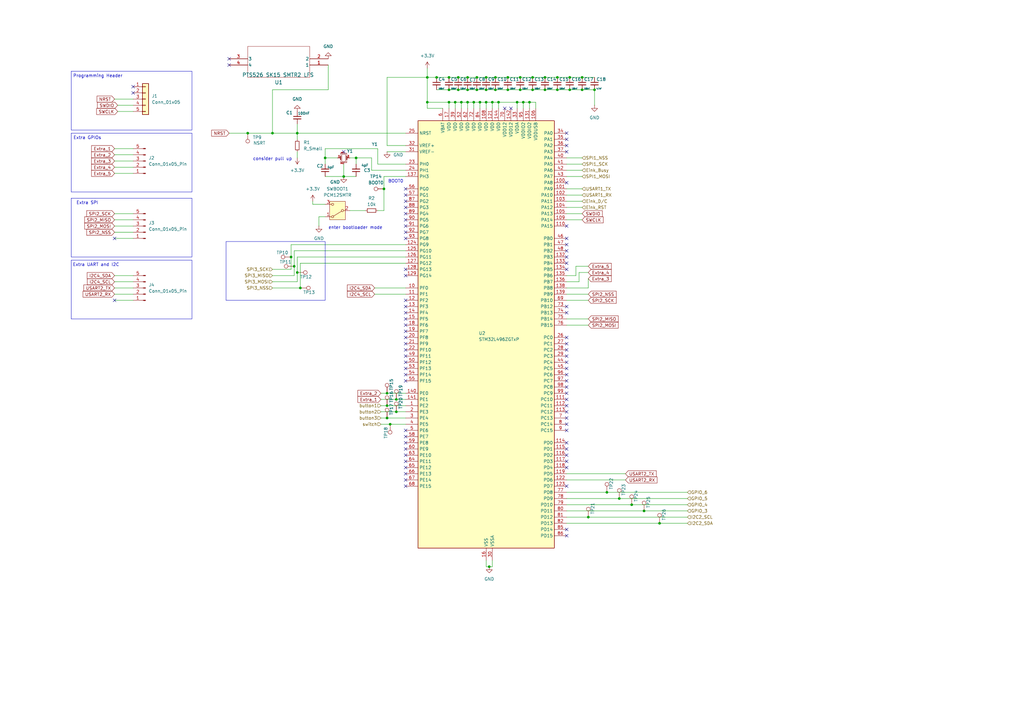
<source format=kicad_sch>
(kicad_sch (version 20231120) (generator "eeschema") (generator_version "8.0")
  (paper "A3")
  (lib_symbols
    (symbol "Connector:Conn_01x05_Pin" (pin_names (offset 1.016) hide)
      (property "Reference" "J" (at 0 7.62 0))
      (property "Value" "Conn_01x05_Pin" (at 0 -7.62 0))
      (symbol "Conn_01x05_Pin_1_1"
        (pin passive line (at 5.08 5.08 180) (length 3.81) (name "Pin_1") (number "1"))
        (pin passive line (at 5.08 2.54 180) (length 3.81) (name "Pin_2") (number "2"))
        (pin passive line (at 5.08 0 180) (length 3.81) (name "Pin_3") (number "3"))
        (pin passive line (at 5.08 -2.54 180) (length 3.81) (name "Pin_4") (number "4"))
        (pin passive line (at 5.08 -5.08 180) (length 3.81) (name "Pin_5") (number "5"))
      )
    )
    (symbol "Connector:TestPoint" (pin_numbers hide) (pin_names (offset 0.762) hide)
      (property "Reference" "TP" (at 0 6.858 0))
      (property "Value" "TestPoint" (at 0 5.08 0))
      (symbol "TestPoint_1_1"
        (pin passive line (at 0 0 90) (length 2.54) (name "1") (number "1"))
      )
    )
    (symbol "Connector_Generic:Conn_01x05" (pin_names (offset 1.016) hide)
      (property "Reference" "J" (at 0 7.62 0))
      (property "Value" "Conn_01x05" (at 0 -7.62 0))
      (symbol "Conn_01x05_1_1"
        (pin passive line (at -5.08 5.08 0) (length 3.81) (name "Pin_1") (number "1"))
        (pin passive line (at -5.08 2.54 0) (length 3.81) (name "Pin_2") (number "2"))
        (pin passive line (at -5.08 0 0) (length 3.81) (name "Pin_3") (number "3"))
        (pin passive line (at -5.08 -2.54 0) (length 3.81) (name "Pin_4") (number "4"))
        (pin passive line (at -5.08 -5.08 0) (length 3.81) (name "Pin_5") (number "5"))
      )
    )
    (symbol "Device:C_Small" (pin_numbers hide) (pin_names (offset 0.254) hide)
      (property "Reference" "C" (at 0.254 1.778 0))
      (property "Value" "C_Small" (at 0.254 -2.032 0))
      (symbol "C_Small_1_1"
        (pin passive line (at 0 2.54 270) (length 2.032) (name "~") (number "1"))
        (pin passive line (at 0 -2.54 90) (length 2.032) (name "~") (number "2"))
      )
    )
    (symbol "Device:Crystal_GND24_Small" (pin_names (offset 1.016) hide)
      (property "Reference" "Y" (at 1.27 4.445 0))
      (property "Value" "Crystal_GND24_Small" (at 1.27 2.54 0))
      (symbol "Crystal_GND24_Small_1_1"
        (pin passive line (at -2.54 0 0) (length 1.27) (name "1") (number "1"))
        (pin passive line (at 0 -2.54 90) (length 0.635) (name "2") (number "2"))
        (pin passive line (at 2.54 0 180) (length 1.27) (name "3") (number "3"))
        (pin passive line (at 0 2.54 270) (length 0.635) (name "4") (number "4"))
      )
    )
    (symbol "Device:R_Small" (pin_numbers hide) (pin_names (offset 0.254) hide)
      (property "Reference" "R" (at 0.762 0.508 0))
      (property "Value" "R_Small" (at 0.762 -1.016 0))
      (symbol "R_Small_1_1"
        (pin passive line (at 0 2.54 270) (length 0.762) (name "~") (number "1"))
        (pin passive line (at 0 -2.54 90) (length 0.762) (name "~") (number "2"))
      )
    )
    (symbol "EinkComponentLibrary:PTS526_SK15_SMTR2_LFS" (pin_names (offset 0.254))
      (property "Reference" "U" (at 20.32 10.16 0))
      (property "Value" "PTS526 SK15 SMTR2 LFS" (at 20.32 7.62 0))
      (symbol "PTS526_SK15_SMTR2_LFS_0_1"
        (pin unspecified line (at 0 0 0) (length 7.62) (name "1") (number "1"))
        (pin unspecified line (at 0 -2.54 0) (length 7.62) (name "2") (number "2"))
        (pin unspecified line (at 40.64 -2.54 180) (length 7.62) (name "3") (number "3"))
        (pin unspecified line (at 40.64 0 180) (length 7.62) (name "4") (number "4"))
      )
    )
    (symbol "MCU_ST_STM32L4:STM32L496ZGTxP"
      (property "Reference" "U" (at -27.94 90.17 0))
      (property "Value" "STM32L496ZGTxP" (at 22.86 90.17 0))
      (symbol "STM32L496ZGTxP_1_1"
        (pin bidirectional line (at -33.02 -27.94 0) (length 5.08) (name "PE2") (number "1"))
        (pin bidirectional line (at -33.02 20.32 0) (length 5.08) (name "PF0") (number "10"))
        (pin bidirectional line (at 33.02 63.5 180) (length 5.08) (name "PA8") (number "100"))
        (pin bidirectional line (at 33.02 60.96 180) (length 5.08) (name "PA9") (number "101"))
        (pin bidirectional line (at 33.02 58.42 180) (length 5.08) (name "PA10") (number "102"))
        (pin bidirectional line (at 33.02 55.88 180) (length 5.08) (name "PA11") (number "103"))
        (pin bidirectional line (at 33.02 53.34 180) (length 5.08) (name "PA12") (number "104"))
        (pin bidirectional line (at 33.02 50.8 180) (length 5.08) (name "PA13") (number "105"))
        (pin power_in line (at 20.32 93.98 270) (length 5.08) (name "VDDUSB") (number "106"))
        (pin passive line (at 0 -91.44 90) (length 5.08) hide (name "VSS") (number "107"))
        (pin power_in line (at 0 93.98 270) (length 5.08) (name "VDD") (number "108"))
        (pin bidirectional line (at 33.02 48.26 180) (length 5.08) (name "PA14") (number "109"))
        (pin bidirectional line (at -33.02 17.78 0) (length 5.08) (name "PF1") (number "11"))
        (pin bidirectional line (at 33.02 45.72 180) (length 5.08) (name "PA15") (number "110"))
        (pin bidirectional line (at 33.02 -25.4 180) (length 5.08) (name "PC10") (number "111"))
        (pin bidirectional line (at 33.02 -27.94 180) (length 5.08) (name "PC11") (number "112"))
        (pin bidirectional line (at 33.02 -30.48 180) (length 5.08) (name "PC12") (number "113"))
        (pin bidirectional line (at 33.02 -43.18 180) (length 5.08) (name "PD0") (number "114"))
        (pin bidirectional line (at 33.02 -45.72 180) (length 5.08) (name "PD1") (number "115"))
        (pin bidirectional line (at 33.02 -48.26 180) (length 5.08) (name "PD2") (number "116"))
        (pin bidirectional line (at 33.02 -50.8 180) (length 5.08) (name "PD3") (number "117"))
        (pin bidirectional line (at 33.02 -53.34 180) (length 5.08) (name "PD4") (number "118"))
        (pin bidirectional line (at 33.02 -55.88 180) (length 5.08) (name "PD5") (number "119"))
        (pin bidirectional line (at -33.02 15.24 0) (length 5.08) (name "PF2") (number "12"))
        (pin passive line (at 0 -91.44 90) (length 5.08) hide (name "VSS") (number "120"))
        (pin power_in line (at 2.54 93.98 270) (length 5.08) (name "VDD") (number "121"))
        (pin bidirectional line (at 33.02 -58.42 180) (length 5.08) (name "PD6") (number "122"))
        (pin bidirectional line (at 33.02 -60.96 180) (length 5.08) (name "PD7") (number "123"))
        (pin bidirectional line (at -33.02 38.1 0) (length 5.08) (name "PG9") (number "124"))
        (pin bidirectional line (at -33.02 35.56 0) (length 5.08) (name "PG10") (number "125"))
        (pin bidirectional line (at -33.02 33.02 0) (length 5.08) (name "PG11") (number "126"))
        (pin bidirectional line (at -33.02 30.48 0) (length 5.08) (name "PG12") (number "127"))
        (pin bidirectional line (at -33.02 27.94 0) (length 5.08) (name "PG13") (number "128"))
        (pin bidirectional line (at -33.02 25.4 0) (length 5.08) (name "PG14") (number "129"))
        (pin bidirectional line (at -33.02 12.7 0) (length 5.08) (name "PF3") (number "13"))
        (pin passive line (at 0 -91.44 90) (length 5.08) hide (name "VSS") (number "130"))
        (pin power_in line (at 17.78 93.98 270) (length 5.08) (name "VDDIO2") (number "131"))
        (pin bidirectional line (at 33.02 33.02 180) (length 5.08) (name "PB3") (number "132"))
        (pin bidirectional line (at 33.02 30.48 180) (length 5.08) (name "PB4") (number "133"))
        (pin bidirectional line (at 33.02 27.94 180) (length 5.08) (name "PB5") (number "134"))
        (pin bidirectional line (at 33.02 25.4 180) (length 5.08) (name "PB6") (number "135"))
        (pin bidirectional line (at 33.02 22.86 180) (length 5.08) (name "PB7") (number "136"))
        (pin bidirectional line (at -33.02 66.04 0) (length 5.08) (name "PH3") (number "137"))
        (pin bidirectional line (at 33.02 20.32 180) (length 5.08) (name "PB8") (number "138"))
        (pin bidirectional line (at 33.02 17.78 180) (length 5.08) (name "PB9") (number "139"))
        (pin bidirectional line (at -33.02 10.16 0) (length 5.08) (name "PF4") (number "14"))
        (pin bidirectional line (at -33.02 -22.86 0) (length 5.08) (name "PE0") (number "140"))
        (pin bidirectional line (at -33.02 -25.4 0) (length 5.08) (name "PE1") (number "141"))
        (pin power_in line (at 10.16 93.98 270) (length 5.08) (name "VDD12") (number "142"))
        (pin passive line (at 0 -91.44 90) (length 5.08) hide (name "VSS") (number "143"))
        (pin power_in line (at 5.08 93.98 270) (length 5.08) (name "VDD") (number "144"))
        (pin bidirectional line (at -33.02 7.62 0) (length 5.08) (name "PF5") (number "15"))
        (pin power_in line (at 0 -91.44 90) (length 5.08) (name "VSS") (number "16"))
        (pin power_in line (at -15.24 93.98 270) (length 5.08) (name "VDD") (number "17"))
        (pin bidirectional line (at -33.02 5.08 0) (length 5.08) (name "PF6") (number "18"))
        (pin bidirectional line (at -33.02 2.54 0) (length 5.08) (name "PF7") (number "19"))
        (pin bidirectional line (at -33.02 -30.48 0) (length 5.08) (name "PE3") (number "2"))
        (pin bidirectional line (at -33.02 0 0) (length 5.08) (name "PF8") (number "20"))
        (pin bidirectional line (at -33.02 -2.54 0) (length 5.08) (name "PF9") (number "21"))
        (pin bidirectional line (at -33.02 -5.08 0) (length 5.08) (name "PF10") (number "22"))
        (pin bidirectional line (at -33.02 71.12 0) (length 5.08) (name "PH0") (number "23"))
        (pin bidirectional line (at -33.02 68.58 0) (length 5.08) (name "PH1") (number "24"))
        (pin input line (at -33.02 83.82 0) (length 5.08) (name "NRST") (number "25"))
        (pin bidirectional line (at 33.02 0 180) (length 5.08) (name "PC0") (number "26"))
        (pin bidirectional line (at 33.02 -2.54 180) (length 5.08) (name "PC1") (number "27"))
        (pin bidirectional line (at 33.02 -5.08 180) (length 5.08) (name "PC2") (number "28"))
        (pin bidirectional line (at 33.02 -7.62 180) (length 5.08) (name "PC3") (number "29"))
        (pin bidirectional line (at -33.02 -33.02 0) (length 5.08) (name "PE4") (number "3"))
        (pin power_in line (at 2.54 -91.44 90) (length 5.08) (name "VSSA") (number "30"))
        (pin input line (at -33.02 76.2 0) (length 5.08) (name "VREF-") (number "31"))
        (pin input line (at -33.02 78.74 0) (length 5.08) (name "VREF+") (number "32"))
        (pin power_in line (at 12.7 93.98 270) (length 5.08) (name "VDDA") (number "33"))
        (pin bidirectional line (at 33.02 83.82 180) (length 5.08) (name "PA0") (number "34"))
        (pin bidirectional line (at 33.02 81.28 180) (length 5.08) (name "PA1") (number "35"))
        (pin bidirectional line (at 33.02 78.74 180) (length 5.08) (name "PA2") (number "36"))
        (pin bidirectional line (at 33.02 76.2 180) (length 5.08) (name "PA3") (number "37"))
        (pin passive line (at 0 -91.44 90) (length 5.08) hide (name "VSS") (number "38"))
        (pin power_in line (at -12.7 93.98 270) (length 5.08) (name "VDD") (number "39"))
        (pin bidirectional line (at -33.02 -35.56 0) (length 5.08) (name "PE5") (number "4"))
        (pin bidirectional line (at 33.02 73.66 180) (length 5.08) (name "PA4") (number "40"))
        (pin bidirectional line (at 33.02 71.12 180) (length 5.08) (name "PA5") (number "41"))
        (pin bidirectional line (at 33.02 68.58 180) (length 5.08) (name "PA6") (number "42"))
        (pin bidirectional line (at 33.02 66.04 180) (length 5.08) (name "PA7") (number "43"))
        (pin bidirectional line (at 33.02 -10.16 180) (length 5.08) (name "PC4") (number "44"))
        (pin bidirectional line (at 33.02 -12.7 180) (length 5.08) (name "PC5") (number "45"))
        (pin bidirectional line (at 33.02 40.64 180) (length 5.08) (name "PB0") (number "46"))
        (pin bidirectional line (at 33.02 38.1 180) (length 5.08) (name "PB1") (number "47"))
        (pin bidirectional line (at 33.02 35.56 180) (length 5.08) (name "PB2") (number "48"))
        (pin bidirectional line (at -33.02 -7.62 0) (length 5.08) (name "PF11") (number "49"))
        (pin bidirectional line (at -33.02 -38.1 0) (length 5.08) (name "PE6") (number "5"))
        (pin bidirectional line (at -33.02 -10.16 0) (length 5.08) (name "PF12") (number "50"))
        (pin passive line (at 0 -91.44 90) (length 5.08) hide (name "VSS") (number "51"))
        (pin power_in line (at -10.16 93.98 270) (length 5.08) (name "VDD") (number "52"))
        (pin bidirectional line (at -33.02 -12.7 0) (length 5.08) (name "PF13") (number "53"))
        (pin bidirectional line (at -33.02 -15.24 0) (length 5.08) (name "PF14") (number "54"))
        (pin bidirectional line (at -33.02 -17.78 0) (length 5.08) (name "PF15") (number "55"))
        (pin bidirectional line (at -33.02 60.96 0) (length 5.08) (name "PG0") (number "56"))
        (pin bidirectional line (at -33.02 58.42 0) (length 5.08) (name "PG1") (number "57"))
        (pin bidirectional line (at -33.02 -40.64 0) (length 5.08) (name "PE7") (number "58"))
        (pin bidirectional line (at -33.02 -43.18 0) (length 5.08) (name "PE8") (number "59"))
        (pin power_in line (at -17.78 93.98 270) (length 5.08) (name "VBAT") (number "6"))
        (pin bidirectional line (at -33.02 -45.72 0) (length 5.08) (name "PE9") (number "60"))
        (pin passive line (at 0 -91.44 90) (length 5.08) hide (name "VSS") (number "61"))
        (pin power_in line (at -7.62 93.98 270) (length 5.08) (name "VDD") (number "62"))
        (pin bidirectional line (at -33.02 -48.26 0) (length 5.08) (name "PE10") (number "63"))
        (pin bidirectional line (at -33.02 -50.8 0) (length 5.08) (name "PE11") (number "64"))
        (pin bidirectional line (at -33.02 -53.34 0) (length 5.08) (name "PE12") (number "65"))
        (pin bidirectional line (at -33.02 -55.88 0) (length 5.08) (name "PE13") (number "66"))
        (pin bidirectional line (at -33.02 -58.42 0) (length 5.08) (name "PE14") (number "67"))
        (pin bidirectional line (at -33.02 -60.96 0) (length 5.08) (name "PE15") (number "68"))
        (pin bidirectional line (at 33.02 15.24 180) (length 5.08) (name "PB10") (number "69"))
        (pin bidirectional line (at 33.02 -33.02 180) (length 5.08) (name "PC13") (number "7"))
        (pin power_in line (at 7.62 93.98 270) (length 5.08) (name "VDD12") (number "70"))
        (pin passive line (at 0 -91.44 90) (length 5.08) hide (name "VSS") (number "71"))
        (pin power_in line (at -5.08 93.98 270) (length 5.08) (name "VDD") (number "72"))
        (pin bidirectional line (at 33.02 12.7 180) (length 5.08) (name "PB12") (number "73"))
        (pin bidirectional line (at 33.02 10.16 180) (length 5.08) (name "PB13") (number "74"))
        (pin bidirectional line (at 33.02 7.62 180) (length 5.08) (name "PB14") (number "75"))
        (pin bidirectional line (at 33.02 5.08 180) (length 5.08) (name "PB15") (number "76"))
        (pin bidirectional line (at 33.02 -63.5 180) (length 5.08) (name "PD8") (number "77"))
        (pin bidirectional line (at 33.02 -66.04 180) (length 5.08) (name "PD9") (number "78"))
        (pin bidirectional line (at 33.02 -68.58 180) (length 5.08) (name "PD10") (number "79"))
        (pin bidirectional line (at 33.02 -35.56 180) (length 5.08) (name "PC14") (number "8"))
        (pin bidirectional line (at 33.02 -71.12 180) (length 5.08) (name "PD11") (number "80"))
        (pin bidirectional line (at 33.02 -73.66 180) (length 5.08) (name "PD12") (number "81"))
        (pin bidirectional line (at 33.02 -76.2 180) (length 5.08) (name "PD13") (number "82"))
        (pin passive line (at 0 -91.44 90) (length 5.08) hide (name "VSS") (number "83"))
        (pin power_in line (at -2.54 93.98 270) (length 5.08) (name "VDD") (number "84"))
        (pin bidirectional line (at 33.02 -78.74 180) (length 5.08) (name "PD14") (number "85"))
        (pin bidirectional line (at 33.02 -81.28 180) (length 5.08) (name "PD15") (number "86"))
        (pin bidirectional line (at -33.02 55.88 0) (length 5.08) (name "PG2") (number "87"))
        (pin bidirectional line (at -33.02 53.34 0) (length 5.08) (name "PG3") (number "88"))
        (pin bidirectional line (at -33.02 50.8 0) (length 5.08) (name "PG4") (number "89"))
        (pin bidirectional line (at 33.02 -38.1 180) (length 5.08) (name "PC15") (number "9"))
        (pin bidirectional line (at -33.02 48.26 0) (length 5.08) (name "PG5") (number "90"))
        (pin bidirectional line (at -33.02 45.72 0) (length 5.08) (name "PG6") (number "91"))
        (pin bidirectional line (at -33.02 43.18 0) (length 5.08) (name "PG7") (number "92"))
        (pin bidirectional line (at -33.02 40.64 0) (length 5.08) (name "PG8") (number "93"))
        (pin passive line (at 0 -91.44 90) (length 5.08) hide (name "VSS") (number "94"))
        (pin power_in line (at 15.24 93.98 270) (length 5.08) (name "VDDIO2") (number "95"))
        (pin bidirectional line (at 33.02 -15.24 180) (length 5.08) (name "PC6") (number "96"))
        (pin bidirectional line (at 33.02 -17.78 180) (length 5.08) (name "PC7") (number "97"))
        (pin bidirectional line (at 33.02 -20.32 180) (length 5.08) (name "PC8") (number "98"))
        (pin bidirectional line (at 33.02 -22.86 180) (length 5.08) (name "PC9") (number "99"))
      )
    )
    (symbol "Switch:SW_SPDT" (pin_names (offset 0) hide)
      (property "Reference" "SW" (at 0 5.08 0))
      (property "Value" "SW_SPDT" (at 0 -5.08 0))
      (symbol "SW_SPDT_1_1"
        (pin passive line (at 5.08 2.54 180) (length 2.54) (name "A") (number "1"))
        (pin passive line (at -5.08 0 0) (length 2.54) (name "B") (number "2"))
        (pin passive line (at 5.08 -2.54 180) (length 2.54) (name "C") (number "3"))
      )
    )
    (symbol "power:+3.3V" (power) (pin_numbers hide) (pin_names (offset 0) hide)
      (property "Value" "+3.3V" (at 0 3.556 0))
      (symbol "+3.3V_1_1"
        (pin power_in line (at 0 0 90) (length 0) (name "~") (number "1"))
      )
    )
    (symbol "power:GND" (power) (pin_numbers hide) (pin_names (offset 0) hide)
      (property "Value" "GND" (at 0 -3.81 0))
      (symbol "GND_1_1"
        (pin power_in line (at 0 0 270) (length 0) (name "~") (number "1"))
      )
    )
  )
  (junction (at 228.6 31.75))
  (junction (at 199.39 36.83))
  (junction (at 201.93 41.91))
  (junction (at 119.38 105.41))
  (junction (at 233.68 31.75))
  (junction (at 241.3 212.09))
  (junction (at 179.07 31.75))
  (junction (at 199.39 41.91))
  (junction (at 199.39 31.75))
  (junction (at 270.51 214.63))
  (junction (at 186.69 41.91))
  (junction (at 243.84 36.83))
  (junction (at 195.58 31.75))
  (junction (at 120.65 109.22))
  (junction (at 187.96 36.83))
  (junction (at 184.15 36.83))
  (junction (at 213.36 31.75))
  (junction (at 162.56 168.91))
  (junction (at 223.52 31.75))
  (junction (at 162.56 163.83))
  (junction (at 264.16 209.55))
  (junction (at 111.76 54.61))
  (junction (at 121.92 54.61))
  (junction (at 218.44 36.83))
  (junction (at 157.48 77.47))
  (junction (at 194.31 41.91))
  (junction (at 212.09 41.91))
  (junction (at 158.75 161.29))
  (junction (at 248.92 201.93))
  (junction (at 238.76 31.75))
  (junction (at 187.96 31.75))
  (junction (at 213.36 36.83))
  (junction (at 196.85 41.91))
  (junction (at 238.76 36.83))
  (junction (at 208.28 31.75))
  (junction (at 184.15 41.91))
  (junction (at 195.58 36.83))
  (junction (at 140.97 72.39))
  (junction (at 160.02 173.99))
  (junction (at 101.6 54.61))
  (junction (at 254 204.47))
  (junction (at 121.92 111.76))
  (junction (at 200.66 232.41))
  (junction (at 233.68 36.83))
  (junction (at 204.47 41.91))
  (junction (at 208.28 36.83))
  (junction (at 191.77 41.91))
  (junction (at 158.75 166.37))
  (junction (at 191.77 36.83))
  (junction (at 146.05 64.77))
  (junction (at 184.15 31.75))
  (junction (at 133.35 64.77))
  (junction (at 218.44 31.75))
  (junction (at 175.26 31.75))
  (junction (at 175.26 41.91))
  (junction (at 217.17 41.91))
  (junction (at 228.6 36.83))
  (junction (at 189.23 41.91))
  (junction (at 203.2 31.75))
  (junction (at 214.63 41.91))
  (junction (at 158.75 171.45))
  (junction (at 259.08 207.01))
  (junction (at 123.19 118.11))
  (junction (at 203.2 36.83))
  (junction (at 191.77 31.75))
  (junction (at 223.52 36.83))
  (no_connect (at 232.41 138.43))
  (no_connect (at 166.37 189.23))
  (no_connect (at 232.41 97.79))
  (no_connect (at 166.37 97.79))
  (no_connect (at 166.37 146.05))
  (no_connect (at 232.41 105.41))
  (no_connect (at 166.37 143.51))
  (no_connect (at 54.61 38.1))
  (no_connect (at 232.41 153.67))
  (no_connect (at 232.41 168.91))
  (no_connect (at 232.41 54.61))
  (no_connect (at 232.41 92.71))
  (no_connect (at 232.41 59.69))
  (no_connect (at 232.41 128.27))
  (no_connect (at 166.37 90.17))
  (no_connect (at 232.41 173.99))
  (no_connect (at 166.37 138.43))
  (no_connect (at 232.41 191.77))
  (no_connect (at 166.37 95.25))
  (no_connect (at 166.37 85.09))
  (no_connect (at 232.41 176.53))
  (no_connect (at 166.37 186.69))
  (no_connect (at 166.37 130.81))
  (no_connect (at 232.41 199.39))
  (no_connect (at 232.41 110.49))
  (no_connect (at 166.37 181.61))
  (no_connect (at 207.01 44.45))
  (no_connect (at 54.61 35.56))
  (no_connect (at 232.41 148.59))
  (no_connect (at 232.41 219.71))
  (no_connect (at 232.41 163.83))
  (no_connect (at 232.41 140.97))
  (no_connect (at 232.41 186.69))
  (no_connect (at 166.37 148.59))
  (no_connect (at 232.41 217.17))
  (no_connect (at 166.37 80.01))
  (no_connect (at 46.99 123.19))
  (no_connect (at 166.37 123.19))
  (no_connect (at 232.41 62.23))
  (no_connect (at 232.41 125.73))
  (no_connect (at 166.37 176.53))
  (no_connect (at 166.37 77.47))
  (no_connect (at 166.37 179.07))
  (no_connect (at 166.37 133.35))
  (no_connect (at 166.37 156.21))
  (no_connect (at 232.41 184.15))
  (no_connect (at 93.98 24.13))
  (no_connect (at 232.41 146.05))
  (no_connect (at 232.41 156.21))
  (no_connect (at 140.97 62.23))
  (no_connect (at 46.99 97.79))
  (no_connect (at 166.37 196.85))
  (no_connect (at 232.41 181.61))
  (no_connect (at 166.37 151.13))
  (no_connect (at 166.37 184.15))
  (no_connect (at 166.37 199.39))
  (no_connect (at 209.55 44.45))
  (no_connect (at 166.37 153.67))
  (no_connect (at 93.98 26.67))
  (no_connect (at 232.41 189.23))
  (no_connect (at 232.41 151.13))
  (no_connect (at 166.37 125.73))
  (no_connect (at 166.37 128.27))
  (no_connect (at 232.41 158.75))
  (no_connect (at 166.37 87.63))
  (no_connect (at 166.37 110.49))
  (no_connect (at 232.41 166.37))
  (no_connect (at 232.41 100.33))
  (no_connect (at 232.41 143.51))
  (no_connect (at 166.37 140.97))
  (no_connect (at 232.41 161.29))
  (no_connect (at 166.37 113.03))
  (no_connect (at 166.37 194.31))
  (no_connect (at 232.41 102.87))
  (no_connect (at 232.41 57.15))
  (no_connect (at 166.37 82.55))
  (no_connect (at 232.41 107.95))
  (no_connect (at 166.37 92.71))
  (no_connect (at 232.41 74.93))
  (no_connect (at 166.37 135.89))
  (no_connect (at 166.37 191.77))
  (no_connect (at 232.41 171.45))
  (wire (pts (xy 175.26 41.91) (xy 175.26 31.75)))
  (wire (pts (xy 166.37 69.85) (xy 152.4 69.85)))
  (wire (pts (xy 213.36 31.75) (xy 218.44 31.75)))
  (wire (pts (xy 199.39 232.41) (xy 200.66 232.41)))
  (wire (pts (xy 134.62 36.83) (xy 134.62 26.67)))
  (wire (pts (xy 191.77 41.91) (xy 191.77 44.45)))
  (wire (pts (xy 191.77 36.83) (xy 195.58 36.83)))
  (wire (pts (xy 237.49 115.57) (xy 237.49 111.76)))
  (wire (pts (xy 187.96 31.75) (xy 191.77 31.75)))
  (wire (pts (xy 232.41 113.03) (xy 236.22 113.03)))
  (wire (pts (xy 179.07 31.75) (xy 184.15 31.75)))
  (wire (pts (xy 201.93 229.87) (xy 201.93 232.41)))
  (wire (pts (xy 153.67 120.65) (xy 166.37 120.65)))
  (wire (pts (xy 156.21 166.37) (xy 158.75 166.37)))
  (wire (pts (xy 143.51 86.36) (xy 149.86 86.36)))
  (wire (pts (xy 186.69 41.91) (xy 186.69 44.45)))
  (wire (pts (xy 214.63 44.45) (xy 214.63 41.91)))
  (wire (pts (xy 199.39 41.91) (xy 201.93 41.91)))
  (wire (pts (xy 232.41 72.39) (xy 238.76 72.39)))
  (wire (pts (xy 232.41 87.63) (xy 238.76 87.63)))
  (wire (pts (xy 232.41 120.65) (xy 241.3 120.65)))
  (wire (pts (xy 259.08 207.01) (xy 281.94 207.01)))
  (wire (pts (xy 270.51 214.63) (xy 281.94 214.63)))
  (wire (pts (xy 199.39 31.75) (xy 203.2 31.75)))
  (wire (pts (xy 232.41 118.11) (xy 241.3 118.11)))
  (wire (pts (xy 223.52 36.83) (xy 228.6 36.83)))
  (wire (pts (xy 237.49 111.76) (xy 241.3 111.76)))
  (wire (pts (xy 133.35 88.9) (xy 130.81 88.9)))
  (wire (pts (xy 154.94 60.96) (xy 133.35 60.96)))
  (wire (pts (xy 217.17 44.45) (xy 217.17 41.91)))
  (wire (pts (xy 203.2 31.75) (xy 208.28 31.75)))
  (wire (pts (xy 186.69 41.91) (xy 189.23 41.91)))
  (wire (pts (xy 157.48 77.47) (xy 157.48 72.39)))
  (wire (pts (xy 184.15 44.45) (xy 184.15 41.91)))
  (wire (pts (xy 232.41 64.77) (xy 238.76 64.77)))
  (wire (pts (xy 196.85 41.91) (xy 196.85 44.45)))
  (wire (pts (xy 236.22 113.03) (xy 236.22 109.22)))
  (wire (pts (xy 93.98 54.61) (xy 101.6 54.61)))
  (wire (pts (xy 158.75 161.29) (xy 166.37 161.29)))
  (wire (pts (xy 111.76 113.03) (xy 120.65 113.03)))
  (wire (pts (xy 46.99 113.03) (xy 54.61 113.03)))
  (wire (pts (xy 175.26 41.91) (xy 184.15 41.91)))
  (wire (pts (xy 232.41 196.85) (xy 256.54 196.85)))
  (wire (pts (xy 199.39 36.83) (xy 203.2 36.83)))
  (wire (pts (xy 181.61 44.45) (xy 175.26 44.45)))
  (wire (pts (xy 123.19 118.11) (xy 123.19 107.95)))
  (wire (pts (xy 232.41 207.01) (xy 259.08 207.01)))
  (wire (pts (xy 189.23 41.91) (xy 191.77 41.91)))
  (wire (pts (xy 214.63 41.91) (xy 212.09 41.91)))
  (wire (pts (xy 201.93 41.91) (xy 204.47 41.91)))
  (wire (pts (xy 46.99 115.57) (xy 54.61 115.57)))
  (wire (pts (xy 111.76 54.61) (xy 121.92 54.61)))
  (wire (pts (xy 166.37 67.31) (xy 154.94 67.31)))
  (wire (pts (xy 119.38 100.33) (xy 166.37 100.33)))
  (wire (pts (xy 217.17 41.91) (xy 214.63 41.91)))
  (wire (pts (xy 204.47 41.91) (xy 204.47 44.45)))
  (wire (pts (xy 232.41 201.93) (xy 248.92 201.93)))
  (wire (pts (xy 232.41 194.31) (xy 256.54 194.31)))
  (wire (pts (xy 232.41 123.19) (xy 241.3 123.19)))
  (wire (pts (xy 200.66 232.41) (xy 201.93 232.41)))
  (wire (pts (xy 158.75 171.45) (xy 166.37 171.45)))
  (wire (pts (xy 236.22 109.22) (xy 241.3 109.22)))
  (wire (pts (xy 133.35 64.77) (xy 133.35 67.31)))
  (wire (pts (xy 191.77 31.75) (xy 195.58 31.75)))
  (wire (pts (xy 119.38 105.41) (xy 119.38 100.33)))
  (wire (pts (xy 248.92 201.93) (xy 281.94 201.93)))
  (wire (pts (xy 146.05 64.77) (xy 143.51 64.77)))
  (wire (pts (xy 212.09 44.45) (xy 212.09 41.91)))
  (wire (pts (xy 238.76 36.83) (xy 243.84 36.83)))
  (wire (pts (xy 187.96 36.83) (xy 191.77 36.83)))
  (wire (pts (xy 140.97 67.31) (xy 140.97 72.39)))
  (wire (pts (xy 130.81 88.9) (xy 130.81 92.71)))
  (wire (pts (xy 46.99 92.71) (xy 54.61 92.71)))
  (wire (pts (xy 121.92 54.61) (xy 166.37 54.61)))
  (wire (pts (xy 195.58 36.83) (xy 199.39 36.83)))
  (wire (pts (xy 156.21 168.91) (xy 162.56 168.91)))
  (wire (pts (xy 189.23 41.91) (xy 189.23 44.45)))
  (wire (pts (xy 158.75 31.75) (xy 175.26 31.75)))
  (wire (pts (xy 46.99 68.58) (xy 54.61 68.58)))
  (wire (pts (xy 241.3 212.09) (xy 281.94 212.09)))
  (wire (pts (xy 208.28 36.83) (xy 213.36 36.83)))
  (wire (pts (xy 184.15 31.75) (xy 187.96 31.75)))
  (wire (pts (xy 243.84 36.83) (xy 243.84 43.18)))
  (wire (pts (xy 46.99 123.19) (xy 54.61 123.19)))
  (wire (pts (xy 158.75 62.23) (xy 166.37 62.23)))
  (wire (pts (xy 228.6 31.75) (xy 233.68 31.75)))
  (wire (pts (xy 208.28 31.75) (xy 213.36 31.75)))
  (wire (pts (xy 203.2 36.83) (xy 208.28 36.83)))
  (wire (pts (xy 154.94 86.36) (xy 157.48 86.36)))
  (wire (pts (xy 191.77 41.91) (xy 194.31 41.91)))
  (wire (pts (xy 152.4 64.77) (xy 146.05 64.77)))
  (wire (pts (xy 232.41 209.55) (xy 264.16 209.55)))
  (wire (pts (xy 46.99 120.65) (xy 54.61 120.65)))
  (wire (pts (xy 157.48 72.39) (xy 166.37 72.39)))
  (wire (pts (xy 232.41 212.09) (xy 241.3 212.09)))
  (wire (pts (xy 128.27 82.55) (xy 128.27 83.82)))
  (wire (pts (xy 233.68 36.83) (xy 238.76 36.83)))
  (wire (pts (xy 46.99 66.04) (xy 54.61 66.04)))
  (wire (pts (xy 156.21 161.29) (xy 158.75 161.29)))
  (wire (pts (xy 46.99 118.11) (xy 54.61 118.11)))
  (wire (pts (xy 133.35 60.96) (xy 133.35 64.77)))
  (wire (pts (xy 121.92 111.76) (xy 121.92 105.41)))
  (wire (pts (xy 223.52 31.75) (xy 228.6 31.75)))
  (wire (pts (xy 241.3 118.11) (xy 241.3 114.3)))
  (wire (pts (xy 232.41 85.09) (xy 238.76 85.09)))
  (wire (pts (xy 160.02 173.99) (xy 166.37 173.99)))
  (wire (pts (xy 195.58 31.75) (xy 199.39 31.75)))
  (wire (pts (xy 219.71 41.91) (xy 217.17 41.91)))
  (wire (pts (xy 46.99 71.12) (xy 54.61 71.12)))
  (wire (pts (xy 121.92 115.57) (xy 121.92 111.76)))
  (wire (pts (xy 162.56 163.83) (xy 166.37 163.83)))
  (wire (pts (xy 219.71 44.45) (xy 219.71 41.91)))
  (wire (pts (xy 158.75 59.69) (xy 158.75 31.75)))
  (wire (pts (xy 120.65 109.22) (xy 120.65 102.87)))
  (wire (pts (xy 199.39 41.91) (xy 199.39 44.45)))
  (wire (pts (xy 46.99 87.63) (xy 54.61 87.63)))
  (wire (pts (xy 46.99 40.64) (xy 54.61 40.64)))
  (wire (pts (xy 196.85 41.91) (xy 199.39 41.91)))
  (wire (pts (xy 46.99 95.25) (xy 54.61 95.25)))
  (wire (pts (xy 175.26 27.94) (xy 175.26 31.75)))
  (wire (pts (xy 184.15 36.83) (xy 187.96 36.83)))
  (wire (pts (xy 194.31 41.91) (xy 194.31 44.45)))
  (wire (pts (xy 238.76 80.01) (xy 232.41 80.01)))
  (wire (pts (xy 218.44 36.83) (xy 223.52 36.83)))
  (wire (pts (xy 264.16 209.55) (xy 281.94 209.55)))
  (wire (pts (xy 111.76 115.57) (xy 121.92 115.57)))
  (wire (pts (xy 111.76 36.83) (xy 111.76 54.61)))
  (wire (pts (xy 111.76 118.11) (xy 123.19 118.11)))
  (wire (pts (xy 121.92 62.23) (xy 121.92 64.77)))
  (wire (pts (xy 46.99 63.5) (xy 54.61 63.5)))
  (wire (pts (xy 46.99 90.17) (xy 54.61 90.17)))
  (wire (pts (xy 111.76 36.83) (xy 134.62 36.83)))
  (wire (pts (xy 238.76 77.47) (xy 232.41 77.47)))
  (wire (pts (xy 232.41 90.17) (xy 238.76 90.17)))
  (wire (pts (xy 154.94 67.31) (xy 154.94 60.96)))
  (wire (pts (xy 232.41 133.35) (xy 241.3 133.35)))
  (wire (pts (xy 120.65 113.03) (xy 120.65 109.22)))
  (wire (pts (xy 232.41 82.55) (xy 238.76 82.55)))
  (wire (pts (xy 232.41 115.57) (xy 237.49 115.57)))
  (wire (pts (xy 254 204.47) (xy 281.94 204.47)))
  (wire (pts (xy 46.99 97.79) (xy 54.61 97.79)))
  (wire (pts (xy 238.76 31.75) (xy 243.84 31.75)))
  (wire (pts (xy 156.21 173.99) (xy 160.02 173.99)))
  (wire (pts (xy 46.99 60.96) (xy 54.61 60.96)))
  (wire (pts (xy 140.97 72.39) (xy 146.05 72.39)))
  (wire (pts (xy 162.56 168.91) (xy 166.37 168.91)))
  (wire (pts (xy 232.41 69.85) (xy 238.76 69.85)))
  (wire (pts (xy 158.75 166.37) (xy 166.37 166.37)))
  (wire (pts (xy 175.26 31.75) (xy 179.07 31.75)))
  (wire (pts (xy 138.43 64.77) (xy 133.35 64.77)))
  (wire (pts (xy 101.6 54.61) (xy 111.76 54.61)))
  (wire (pts (xy 213.36 36.83) (xy 218.44 36.83)))
  (wire (pts (xy 179.07 36.83) (xy 184.15 36.83)))
  (wire (pts (xy 232.41 214.63) (xy 270.51 214.63)))
  (wire (pts (xy 153.67 118.11) (xy 166.37 118.11)))
  (wire (pts (xy 120.65 102.87) (xy 166.37 102.87)))
  (wire (pts (xy 119.38 110.49) (xy 119.38 105.41)))
  (wire (pts (xy 233.68 31.75) (xy 238.76 31.75)))
  (wire (pts (xy 156.21 171.45) (xy 158.75 171.45)))
  (wire (pts (xy 194.31 41.91) (xy 196.85 41.91)))
  (wire (pts (xy 212.09 41.91) (xy 204.47 41.91)))
  (wire (pts (xy 166.37 59.69) (xy 158.75 59.69)))
  (wire (pts (xy 232.41 67.31) (xy 238.76 67.31)))
  (wire (pts (xy 121.92 54.61) (xy 121.92 57.15)))
  (wire (pts (xy 121.92 50.8) (xy 121.92 54.61)))
  (wire (pts (xy 232.41 130.81) (xy 241.3 130.81)))
  (wire (pts (xy 152.4 69.85) (xy 152.4 64.77)))
  (wire (pts (xy 232.41 204.47) (xy 254 204.47)))
  (wire (pts (xy 123.19 107.95) (xy 166.37 107.95)))
  (wire (pts (xy 48.26 43.18) (xy 54.61 43.18)))
  (wire (pts (xy 111.76 110.49) (xy 119.38 110.49)))
  (wire (pts (xy 48.26 45.72) (xy 54.61 45.72)))
  (wire (pts (xy 133.35 83.82) (xy 128.27 83.82)))
  (wire (pts (xy 157.48 86.36) (xy 157.48 77.47)))
  (wire (pts (xy 156.21 163.83) (xy 162.56 163.83)))
  (wire (pts (xy 218.44 31.75) (xy 223.52 31.75)))
  (wire (pts (xy 146.05 64.77) (xy 146.05 67.31)))
  (wire (pts (xy 228.6 36.83) (xy 233.68 36.83)))
  (wire (pts (xy 133.35 72.39) (xy 140.97 72.39)))
  (wire (pts (xy 175.26 44.45) (xy 175.26 41.91)))
  (wire (pts (xy 184.15 41.91) (xy 186.69 41.91)))
  (wire (pts (xy 121.92 105.41) (xy 166.37 105.41)))
  (wire (pts (xy 201.93 41.91) (xy 201.93 44.45)))
  (wire (pts (xy 199.39 229.87) (xy 199.39 232.41)))
  (rectangle (start 29.21 54.61) (end 78.74 78.74))
  (rectangle (start 29.21 81.28) (end 78.74 105.41))
  (rectangle (start 92.71 99.06) (end 133.35 123.19))
  (rectangle (start 29.21 29.21) (end 78.74 53.34))
  (rectangle (start 29.21 106.68) (end 78.74 130.81))
  (text "consider pull up" (at 111.76 65.278 0) (effects (font (size 1.27 1.27))))
  (text "BOOT0\n" (at 162.306 74.422 0) (effects (font (size 1.27 1.27))))
  (text "Extra UART and I2C" (at 39.37 108.712 0) (effects (font (size 1.27 1.27))))
  (text "Programming Header" (at 40.132 31.242 0) (effects (font (size 1.27 1.27))))
  (text "enter bootloader mode" (at 145.796 93.472 0) (effects (font (size 1.27 1.27))))
  (text "Extra SPI" (at 35.814 83.312 0) (effects (font (size 1.27 1.27))))
  (text "Extra GPIOs" (at 35.814 56.642 0) (effects (font (size 1.27 1.27))))
  (global_label "Extra_5" (shape input) (at 241.3 109.22 0) (property "Intersheetrefs" "${INTERSHEET_REFS}" (effects (hide yes))))
  (global_label "USART2_RX" (shape input) (at 256.54 196.85 0) (property "Intersheetrefs" "${INTERSHEET_REFS}" (effects (hide yes))))
  (global_label "Extra_1" (shape input) (at 156.21 163.83 180) (property "Intersheetrefs" "${INTERSHEET_REFS}" (effects (hide yes))))
  (global_label "SPI2_NSS" (shape input) (at 241.3 120.65 0) (property "Intersheetrefs" "${INTERSHEET_REFS}" (effects (hide yes))))
  (global_label "I2C4_SDA" (shape input) (at 153.67 118.11 180) (property "Intersheetrefs" "${INTERSHEET_REFS}" (effects (hide yes))))
  (global_label "Extra_2" (shape input) (at 156.21 161.29 180) (property "Intersheetrefs" "${INTERSHEET_REFS}" (effects (hide yes))))
  (global_label "Extra_4" (shape input) (at 46.99 68.58 180) (property "Intersheetrefs" "${INTERSHEET_REFS}" (effects (hide yes))))
  (global_label "NRST" (shape input) (at 46.99 40.64 180) (property "Intersheetrefs" "${INTERSHEET_REFS}" (effects (hide yes))))
  (global_label "USART2_RX" (shape input) (at 46.99 120.65 180) (property "Intersheetrefs" "${INTERSHEET_REFS}" (effects (hide yes))))
  (global_label "USART2_TX" (shape input) (at 46.99 118.11 180) (property "Intersheetrefs" "${INTERSHEET_REFS}" (effects (hide yes))))
  (global_label "SPI2_SCK" (shape input) (at 46.99 87.63 180) (property "Intersheetrefs" "${INTERSHEET_REFS}" (effects (hide yes))))
  (global_label "Extra_3" (shape input) (at 46.99 66.04 180) (property "Intersheetrefs" "${INTERSHEET_REFS}" (effects (hide yes))))
  (global_label "SWCLK" (shape input) (at 48.26 45.72 180) (property "Intersheetrefs" "${INTERSHEET_REFS}" (effects (hide yes))))
  (global_label "SPI2_MOSI" (shape input) (at 241.3 133.35 0) (property "Intersheetrefs" "${INTERSHEET_REFS}" (effects (hide yes))))
  (global_label "I2C4_SCL" (shape input) (at 46.99 115.57 180) (property "Intersheetrefs" "${INTERSHEET_REFS}" (effects (hide yes))))
  (global_label "USART2_TX" (shape input) (at 256.54 194.31 0) (property "Intersheetrefs" "${INTERSHEET_REFS}" (effects (hide yes))))
  (global_label "NRST" (shape input) (at 93.98 54.61 180) (property "Intersheetrefs" "${INTERSHEET_REFS}" (effects (hide yes))))
  (global_label "Extra_3" (shape input) (at 241.3 114.3 0) (property "Intersheetrefs" "${INTERSHEET_REFS}" (effects (hide yes))))
  (global_label "SWDIO" (shape input) (at 238.76 87.63 0) (property "Intersheetrefs" "${INTERSHEET_REFS}" (effects (hide yes))))
  (global_label "SWDIO" (shape input) (at 48.26 43.18 180) (property "Intersheetrefs" "${INTERSHEET_REFS}" (effects (hide yes))))
  (global_label "Extra_4" (shape input) (at 241.3 111.76 0) (property "Intersheetrefs" "${INTERSHEET_REFS}" (effects (hide yes))))
  (global_label "Extra_2" (shape input) (at 46.99 63.5 180) (property "Intersheetrefs" "${INTERSHEET_REFS}" (effects (hide yes))))
  (global_label "SWCLK" (shape input) (at 238.76 90.17 0) (property "Intersheetrefs" "${INTERSHEET_REFS}" (effects (hide yes))))
  (global_label "Extra_5" (shape input) (at 46.99 71.12 180) (property "Intersheetrefs" "${INTERSHEET_REFS}" (effects (hide yes))))
  (global_label "Extra_1" (shape input) (at 46.99 60.96 180) (property "Intersheetrefs" "${INTERSHEET_REFS}" (effects (hide yes))))
  (global_label "SPI2_MISO" (shape input) (at 241.3 130.81 0) (property "Intersheetrefs" "${INTERSHEET_REFS}" (effects (hide yes))))
  (global_label "SPI2_SCK" (shape input) (at 241.3 123.19 0) (property "Intersheetrefs" "${INTERSHEET_REFS}" (effects (hide yes))))
  (global_label "SPI2_MOSI" (shape input) (at 46.99 92.71 180) (property "Intersheetrefs" "${INTERSHEET_REFS}" (effects (hide yes))))
  (global_label "SPI2_NSS" (shape input) (at 46.99 95.25 180) (property "Intersheetrefs" "${INTERSHEET_REFS}" (effects (hide yes))))
  (global_label "I2C4_SDA" (shape input) (at 46.99 113.03 180) (property "Intersheetrefs" "${INTERSHEET_REFS}" (effects (hide yes))))
  (global_label "I2C4_SCL" (shape input) (at 153.67 120.65 180) (property "Intersheetrefs" "${INTERSHEET_REFS}" (effects (hide yes))))
  (global_label "SPI2_MISO" (shape input) (at 46.99 90.17 180) (property "Intersheetrefs" "${INTERSHEET_REFS}" (effects (hide yes))))
  (hierarchical_label "button2" (shape input) (at 156.21 168.91 180))
  (hierarchical_label "I2C2_SDA" (shape input) (at 281.94 214.63 0))
  (hierarchical_label "Eink_Busy" (shape input) (at 238.76 69.85 0))
  (hierarchical_label "switch" (shape input) (at 156.21 173.99 180))
  (hierarchical_label "SPI1_SCK" (shape input) (at 238.76 67.31 0))
  (hierarchical_label "SPI3_SCK" (shape input) (at 111.76 110.49 180))
  (hierarchical_label "button3" (shape input) (at 156.21 171.45 180))
  (hierarchical_label "GPIO_5" (shape input) (at 281.94 204.47 0))
  (hierarchical_label "GPIO_4" (shape input) (at 281.94 207.01 0))
  (hierarchical_label "SPI3_MOSI" (shape input) (at 111.76 115.57 180))
  (hierarchical_label "GPIO_6" (shape input) (at 281.94 201.93 0))
  (hierarchical_label "USART1_RX" (shape input) (at 238.76 80.01 0))
  (hierarchical_label "SPI3_MISO" (shape input) (at 111.76 113.03 180))
  (hierarchical_label "SPI1_NSS" (shape input) (at 238.76 64.77 0))
  (hierarchical_label "Eink_RST" (shape input) (at 238.76 85.09 0))
  (hierarchical_label "button1" (shape input) (at 156.21 166.37 180))
  (hierarchical_label "GPIO_3" (shape input) (at 281.94 209.55 0))
  (hierarchical_label "SPI3_NSS" (shape input) (at 111.76 118.11 180))
  (hierarchical_label "Eink_D{slash}C" (shape input) (at 238.76 82.55 0))
  (hierarchical_label "SPI1_MOSI" (shape input) (at 238.76 72.39 0))
  (hierarchical_label "I2C2_SCL" (shape input) (at 281.94 212.09 0))
  (hierarchical_label "USART1_TX" (shape input) (at 238.76 77.47 0))
  (symbol (lib_id "Connector:TestPoint") (at 241.3 212.09 0) (unit 1)
    (property "Reference" "TP21" (at 243.078 208.534 90))
    (property "Footprint" "TestPoint:TestPoint_Pad_1.0x1.0mm" (effects (hide yes)))
    (property "Description" "test point" (effects (hide yes)))
  )
  (symbol (lib_id "Connector:TestPoint") (at 254 204.47 0) (unit 1)
    (property "Reference" "TP23" (at 255.778 200.914 90))
    (property "Footprint" "TestPoint:TestPoint_Pad_1.0x1.0mm" (effects (hide yes)))
    (property "Description" "test point" (effects (hide yes)))
  )
  (symbol (lib_id "Connector:Conn_01x05_Pin") (at 59.69 92.71 180) (unit 1)
    (property "Reference" "J3" (at 60.96 91.4399 0) (effects (justify right)))
    (property "Value" "Conn_01x05_Pin" (at 60.96 93.9799 0) (effects (justify right)))
    (property "Footprint" "Connector_PinHeader_1.00mm:PinHeader_1x05_P1.00mm_Vertical" (effects (hide yes)))
    (property "Description" "Generic connector, single row, 01x05, script generated" (effects (hide yes)))
  )
  (symbol (lib_id "Connector:TestPoint") (at 158.75 171.45 0) (unit 1)
    (property "Reference" "TP17" (at 160.528 167.894 90))
    (property "Footprint" "TestPoint:TestPoint_Pad_1.0x1.0mm" (effects (hide yes)))
    (property "Description" "test point" (effects (hide yes)))
  )
  (symbol (lib_id "Connector:TestPoint") (at 259.08 207.01 0) (unit 1)
    (property "Reference" "TP24" (at 260.858 203.454 90))
    (property "Footprint" "TestPoint:TestPoint_Pad_1.0x1.0mm" (effects (hide yes)))
    (property "Description" "test point" (effects (hide yes)))
  )
  (symbol (lib_id "Device:C_Small") (at 195.58 34.29 0) (unit 1)
    (property "Reference" "C8" (at 196.342 32.512 0) (effects (justify left)))
    (property "Value" "100nF" (at 196.342 36.322 0) (effects (font (size 0.508 0.508)) (justify left)))
    (property "Footprint" "Capacitor_SMD:C_0603_1608Metric_Pad1.08x0.95mm_HandSolder" (effects (hide yes)))
    (property "Description" "Unpolarized capacitor, small symbol" (effects (hide yes)))
  )
  (symbol (lib_id "Device:R_Small") (at 152.4 86.36 90) (unit 1)
    (property "Reference" "R2" (at 152.4 81.28 90))
    (property "Value" "10k" (at 152.4 83.82 90))
    (property "Footprint" "Resistor_SMD:R_0603_1608Metric_Pad0.98x0.95mm_HandSolder" (effects (hide yes)))
    (property "Description" "Resistor, small symbol" (effects (hide yes)))
  )
  (symbol (lib_id "Device:C_Small") (at 233.68 34.29 0) (unit 1)
    (property "Reference" "C16" (at 234.442 32.512 0) (effects (justify left)))
    (property "Value" "100nF" (at 234.442 36.322 0) (effects (font (size 0.508 0.508)) (justify left)))
    (property "Footprint" "Capacitor_SMD:C_0603_1608Metric_Pad1.08x0.95mm_HandSolder" (effects (hide yes)))
    (property "Description" "Unpolarized capacitor, small symbol" (effects (hide yes)))
  )
  (symbol (lib_id "Device:C_Small") (at 121.92 48.26 0) (unit 1)
    (property "Reference" "C1" (at 117.348 46.228 0) (effects (justify left)))
    (property "Value" "100nF" (at 122.174 46.482 0) (effects (font (size 1.016 1.016)) (justify left)))
    (property "Footprint" "Capacitor_SMD:C_0805_2012Metric_Pad1.18x1.45mm_HandSolder" (effects (hide yes)))
    (property "Description" "Unpolarized capacitor, small symbol" (effects (hide yes)))
  )
  (symbol (lib_id "Device:C_Small") (at 223.52 34.29 0) (unit 1)
    (property "Reference" "C14" (at 224.282 32.512 0) (effects (justify left)))
    (property "Value" "100nF" (at 224.282 36.322 0) (effects (font (size 0.508 0.508)) (justify left)))
    (property "Footprint" "Capacitor_SMD:C_0603_1608Metric_Pad1.08x0.95mm_HandSolder" (effects (hide yes)))
    (property "Description" "Unpolarized capacitor, small symbol" (effects (hide yes)))
  )
  (symbol (lib_id "Connector:Conn_01x05_Pin") (at 59.69 118.11 180) (unit 1)
    (property "Reference" "J4" (at 60.96 116.8399 0) (effects (justify right)))
    (property "Value" "Conn_01x05_Pin" (at 60.96 119.3799 0) (effects (justify right)))
    (property "Footprint" "Connector_PinHeader_1.00mm:PinHeader_1x05_P1.00mm_Vertical" (effects (hide yes)))
    (property "Description" "Generic connector, single row, 01x05, script generated" (effects (hide yes)))
  )
  (symbol (lib_id "Connector:TestPoint") (at 162.56 168.91 0) (unit 1)
    (property "Reference" "TP20" (at 164.338 165.354 90))
    (property "Footprint" "TestPoint:TestPoint_Pad_1.0x1.0mm" (effects (hide yes)))
    (property "Description" "test point" (effects (hide yes)))
  )
  (symbol (lib_id "Switch:SW_SPDT") (at 138.43 86.36 180) (unit 1)
    (property "Reference" "SWBOOT1" (at 138.43 77.47 0))
    (property "Value" "PCM12SMTR" (at 138.43 80.01 0))
    (property "Footprint" "Button_Switch_SMD:SW_SPDT_PCM12" (effects (hide yes)))
    (property "Description" "Switch, single pole double throw" (effects (hide yes)))
  )
  (symbol (lib_id "Connector:TestPoint") (at 264.16 209.55 0) (unit 1)
    (property "Reference" "TP25" (at 265.938 205.994 90))
    (property "Footprint" "TestPoint:TestPoint_Pad_1.0x1.0mm" (effects (hide yes)))
    (property "Description" "test point" (effects (hide yes)))
  )
  (symbol (lib_id "Connector:TestPoint") (at 157.48 77.47 90) (unit 1)
    (property "Reference" "TP14" (at 154.178 72.39 90))
    (property "Value" "BOOT0" (at 154.178 74.93 90))
    (property "Footprint" "TestPoint:TestPoint_Pad_1.0x1.0mm" (effects (hide yes)))
    (property "Description" "test point" (effects (hide yes)))
  )
  (symbol (lib_id "Device:C_Small") (at 179.07 34.29 0) (unit 1)
    (property "Reference" "C4" (at 179.832 32.512 0) (effects (justify left)))
    (property "Value" "100nF" (at 179.832 36.322 0) (effects (font (size 0.508 0.508)) (justify left)))
    (property "Footprint" "Capacitor_SMD:C_0603_1608Metric_Pad1.08x0.95mm_HandSolder" (effects (hide yes)))
    (property "Description" "Unpolarized capacitor, small symbol" (effects (hide yes)))
  )
  (symbol (lib_id "Device:C_Small") (at 228.6 34.29 0) (unit 1)
    (property "Reference" "C15" (at 229.362 32.512 0) (effects (justify left)))
    (property "Value" "100nF" (at 229.362 36.322 0) (effects (font (size 0.508 0.508)) (justify left)))
    (property "Footprint" "Capacitor_SMD:C_0603_1608Metric_Pad1.08x0.95mm_HandSolder" (effects (hide yes)))
    (property "Description" "Unpolarized capacitor, small symbol" (effects (hide yes)))
  )
  (symbol (lib_id "Connector:TestPoint") (at 162.56 163.83 0) (unit 1)
    (property "Reference" "TP19" (at 164.338 160.274 90))
    (property "Footprint" "TestPoint:TestPoint_Pad_1.0x1.0mm" (effects (hide yes)))
    (property "Description" "test point" (effects (hide yes)))
  )
  (symbol (lib_id "Connector:TestPoint") (at 158.75 166.37 0) (unit 1)
    (property "Reference" "TP16" (at 160.528 162.814 90))
    (property "Footprint" "TestPoint:TestPoint_Pad_1.0x1.0mm" (effects (hide yes)))
    (property "Description" "test point" (effects (hide yes)))
  )
  (symbol (lib_id "Device:C_Small") (at 238.76 34.29 0) (unit 1)
    (property "Reference" "C17" (at 239.522 32.512 0) (effects (justify left)))
    (property "Value" "100nF" (at 239.522 36.322 0) (effects (font (size 0.508 0.508)) (justify left)))
    (property "Footprint" "Capacitor_SMD:C_0603_1608Metric_Pad1.08x0.95mm_HandSolder" (effects (hide yes)))
    (property "Description" "Unpolarized capacitor, small symbol" (effects (hide yes)))
  )
  (symbol (lib_id "Connector:TestPoint") (at 270.51 214.63 0) (unit 1)
    (property "Reference" "TP26" (at 272.288 211.074 90))
    (property "Footprint" "TestPoint:TestPoint_Pad_1.0x1.0mm" (effects (hide yes)))
    (property "Description" "test point" (effects (hide yes)))
  )
  (symbol (lib_id "power:GND") (at 134.62 24.13 180) (unit 1)
    (property "Reference" "#PWR07" (effects (hide yes)))
    (property "Value" "GND" (at 134.62 19.05 0))
    (property "Description" "Power symbol creates a global label with name \"GND\" , ground" (effects (hide yes)))
  )
  (symbol (lib_id "Device:C_Small") (at 187.96 34.29 0) (unit 1)
    (property "Reference" "C6" (at 188.722 32.512 0) (effects (justify left)))
    (property "Value" "100nF" (at 188.722 36.322 0) (effects (font (size 0.508 0.508)) (justify left)))
    (property "Footprint" "Capacitor_SMD:C_0603_1608Metric_Pad1.08x0.95mm_HandSolder" (effects (hide yes)))
    (property "Description" "Unpolarized capacitor, small symbol" (effects (hide yes)))
  )
  (symbol (lib_id "Connector:TestPoint") (at 160.02 173.99 180) (unit 1)
    (property "Reference" "TP18" (at 158.242 177.546 90))
    (property "Footprint" "TestPoint:TestPoint_Pad_1.0x1.0mm" (effects (hide yes)))
    (property "Description" "test point" (effects (hide yes)))
  )
  (symbol (lib_id "Device:C_Small") (at 184.15 34.29 0) (unit 1)
    (property "Reference" "C5" (at 184.912 32.512 0) (effects (justify left)))
    (property "Value" "100nF" (at 184.912 36.322 0) (effects (font (size 0.508 0.508)) (justify left)))
    (property "Footprint" "Capacitor_SMD:C_0603_1608Metric_Pad1.08x0.95mm_HandSolder" (effects (hide yes)))
    (property "Description" "Unpolarized capacitor, small symbol" (effects (hide yes)))
  )
  (symbol (lib_id "Device:C_Small") (at 191.77 34.29 0) (unit 1)
    (property "Reference" "C7" (at 192.532 32.766 0) (effects (justify left)))
    (property "Value" "100nF" (at 192.532 36.322 0) (effects (font (size 0.508 0.508)) (justify left)))
    (property "Footprint" "Capacitor_SMD:C_0603_1608Metric_Pad1.08x0.95mm_HandSolder" (effects (hide yes)))
    (property "Description" "Unpolarized capacitor, small symbol" (effects (hide yes)))
  )
  (symbol (lib_id "Device:C_Small") (at 243.84 34.29 0) (unit 1)
    (property "Reference" "C18" (at 244.602 32.512 0) (effects (justify left)))
    (property "Value" "4.7uF" (at 244.602 36.322 0) (effects (font (size 0.508 0.508)) (justify left)))
    (property "Footprint" "Capacitor_SMD:C_0805_2012Metric_Pad1.18x1.45mm_HandSolder" (effects (hide yes)))
    (property "Description" "Unpolarized capacitor, small symbol" (effects (hide yes)))
  )
  (symbol (lib_id "power:GND") (at 158.75 62.23 0) (unit 1)
    (property "Reference" "#PWR09" (effects (hide yes)))
    (property "Value" "GND" (at 161.29 63.4999 0) (effects (justify left)))
    (property "Description" "Power symbol creates a global label with name \"GND\" , ground" (effects (hide yes)))
  )
  (symbol (lib_id "Device:Crystal_GND24_Small") (at 140.97 64.77 0) (unit 1)
    (property "Reference" "Y1" (at 153.67 59.1498 0))
    (property "Value" "Y1" (at 143.51 61.976 0))
    (property "Footprint" "PCB_Lib:XTAL_ABS04W-32.768KHZ-4-D2-T5" (effects (hide yes)))
    (property "Description" "Four pin crystal, GND on pins 2 and 4, small symbol" (effects (hide yes)))
  )
  (symbol (lib_id "power:+3.3V") (at 121.92 64.77 180) (unit 1)
    (property "Reference" "#PWR04" (effects (hide yes)))
    (property "Value" "+3.3V" (at 121.92 69.85 0))
    (property "Description" "Power symbol creates a global label with name \"+3.3V\"" (effects (hide yes)))
  )
  (symbol (lib_id "Device:C_Small") (at 203.2 34.29 0) (unit 1)
    (property "Reference" "C10" (at 203.962 32.512 0) (effects (justify left)))
    (property "Value" "100nF" (at 203.962 36.322 0) (effects (font (size 0.508 0.508)) (justify left)))
    (property "Footprint" "Capacitor_SMD:C_0603_1608Metric_Pad1.08x0.95mm_HandSolder" (effects (hide yes)))
    (property "Description" "Unpolarized capacitor, small symbol" (effects (hide yes)))
  )
  (symbol (lib_id "Connector:TestPoint") (at 123.19 118.11 270) (unit 1)
    (property "Reference" "TP13" (at 126.746 119.888 90))
    (property "Footprint" "TestPoint:TestPoint_Pad_1.0x1.0mm" (effects (hide yes)))
    (property "Description" "test point" (effects (hide yes)))
  )
  (symbol (lib_id "Connector:Conn_01x05_Pin") (at 59.69 66.04 180) (unit 1)
    (property "Reference" "J2" (at 60.96 64.7699 0) (effects (justify right)))
    (property "Value" "Conn_01x05_Pin" (at 60.96 67.3099 0) (effects (justify right)))
    (property "Footprint" "Connector_PinHeader_1.00mm:PinHeader_1x05_P1.00mm_Vertical" (effects (hide yes)))
    (property "Description" "Generic connector, single row, 01x05, script generated" (effects (hide yes)))
  )
  (symbol (lib_id "power:+3.3V") (at 128.27 82.55 0) (unit 1)
    (property "Reference" "#PWR05" (effects (hide yes)))
    (property "Value" "+3.3V" (at 128.27 77.47 0))
    (property "Description" "Power symbol creates a global label with name \"+3.3V\"" (effects (hide yes)))
  )
  (symbol (lib_id "Device:R_Small") (at 121.92 59.69 0) (unit 1)
    (property "Reference" "R1" (at 124.46 58.4199 0) (effects (justify left)))
    (property "Value" "R_Small" (at 124.46 60.9599 0) (effects (justify left)))
    (property "Footprint" "Resistor_SMD:R_0805_2012Metric_Pad1.20x1.40mm_HandSolder" (effects (hide yes)))
    (property "Description" "Resistor, small symbol" (effects (hide yes)))
  )
  (symbol (lib_id "power:+3.3V") (at 175.26 27.94 0) (unit 1)
    (property "Reference" "#PWR010" (effects (hide yes)))
    (property "Value" "+3.3V" (at 175.26 22.86 0))
    (property "Description" "Power symbol creates a global label with name \"+3.3V\"" (effects (hide yes)))
  )
  (symbol (lib_id "Device:C_Small") (at 218.44 34.29 0) (unit 1)
    (property "Reference" "C13" (at 219.202 32.512 0) (effects (justify left)))
    (property "Value" "100nF" (at 219.202 36.322 0) (effects (font (size 0.508 0.508)) (justify left)))
    (property "Footprint" "Capacitor_SMD:C_0603_1608Metric_Pad1.08x0.95mm_HandSolder" (effects (hide yes)))
    (property "Description" "Unpolarized capacitor, small symbol" (effects (hide yes)))
  )
  (symbol (lib_id "MCU_ST_STM32L4:STM32L496ZGTxP") (at 199.39 138.43 0) (unit 1)
    (property "Reference" "U2" (at 196.342 136.652 0) (effects (justify left)))
    (property "Value" "STM32L496ZGTxP" (at 196.342 139.192 0) (effects (justify left)))
    (property "Footprint" "Package_QFP:LQFP-144_20x20mm_P0.5mm" (effects (hide yes)))
    (property "Datasheet" "https://www.st.com/resource/en/datasheet/stm32l496zg.pdf" (effects (hide yes)))
    (property "Description" "STMicroelectronics Arm Cortex-M4 MCU, 1024KB flash, 320KB RAM, 80 MHz, 1.71-3.6V, 113 GPIO, LQFP144" (effects (hide yes)))
  )
  (symbol (lib_id "Connector:TestPoint") (at 120.65 109.22 90) (unit 1)
    (property "Reference" "TP11" (at 117.094 107.442 90))
    (property "Footprint" "TestPoint:TestPoint_Pad_1.0x1.0mm" (effects (hide yes)))
    (property "Description" "test point" (effects (hide yes)))
  )
  (symbol (lib_id "Connector:TestPoint") (at 158.75 161.29 0) (unit 1)
    (property "Reference" "TP15" (at 160.528 157.734 90))
    (property "Footprint" "TestPoint:TestPoint_Pad_1.0x1.0mm" (effects (hide yes)))
    (property "Description" "test point" (effects (hide yes)))
  )
  (symbol (lib_id "Device:C_Small") (at 199.39 34.29 0) (unit 1)
    (property "Reference" "C9" (at 200.152 32.512 0) (effects (justify left)))
    (property "Value" "100nF" (at 200.152 36.322 0) (effects (font (size 0.508 0.508)) (justify left)))
    (property "Footprint" "Capacitor_SMD:C_0603_1608Metric_Pad1.08x0.95mm_HandSolder" (effects (hide yes)))
    (property "Description" "Unpolarized capacitor, small symbol" (effects (hide yes)))
  )
  (symbol (lib_id "Device:C_Small") (at 213.36 34.29 0) (unit 1)
    (property "Reference" "C12" (at 214.122 32.512 0) (effects (justify left)))
    (property "Value" "100nF" (at 214.122 36.322 0) (effects (font (size 0.508 0.508)) (justify left)))
    (property "Footprint" "Capacitor_SMD:C_0603_1608Metric_Pad1.08x0.95mm_HandSolder" (effects (hide yes)))
    (property "Description" "Unpolarized capacitor, small symbol" (effects (hide yes)))
  )
  (symbol (lib_id "power:GND") (at 140.97 72.39 0) (unit 1)
    (property "Reference" "#PWR08" (effects (hide yes)))
    (property "Value" "GND" (at 137.414 74.676 0))
    (property "Description" "Power symbol creates a global label with name \"GND\" , ground" (effects (hide yes)))
  )
  (symbol (lib_id "Connector:TestPoint") (at 101.6 54.61 180) (unit 1)
    (property "Reference" "TP9" (at 103.632 56.388 0) (effects (justify right)))
    (property "Value" "NSRT" (at 103.886 58.674 0) (effects (justify right)))
    (property "Footprint" "TestPoint:TestPoint_Pad_1.0x1.0mm" (effects (hide yes)))
    (property "Description" "test point" (effects (hide yes)))
  )
  (symbol (lib_id "Connector:TestPoint") (at 121.92 111.76 270) (unit 1)
    (property "Reference" "TP12" (at 125.476 113.538 90))
    (property "Footprint" "TestPoint:TestPoint_Pad_1.0x1.0mm" (effects (hide yes)))
    (property "Description" "test point" (effects (hide yes)))
  )
  (symbol (lib_id "Connector:TestPoint") (at 119.38 105.41 90) (unit 1)
    (property "Reference" "TP10" (at 115.824 103.632 90))
    (property "Footprint" "TestPoint:TestPoint_Pad_1.0x1.0mm" (effects (hide yes)))
    (property "Description" "test point" (effects (hide yes)))
  )
  (symbol (lib_id "power:GND") (at 243.84 43.18 0) (unit 1)
    (property "Reference" "#PWR012" (effects (hide yes)))
    (property "Value" "GND" (at 243.84 48.26 0))
    (property "Description" "Power symbol creates a global label with name \"GND\" , ground" (effects (hide yes)))
  )
  (symbol (lib_id "Device:C_Small") (at 146.05 69.85 180) (unit 1)
    (property "Reference" "C3" (at 151.892 69.85 0) (effects (justify left)))
    (property "Value" "4pF" (at 151.13 67.818 0) (effects (font (size 1.016 1.016)) (justify left)))
    (property "Footprint" "Capacitor_SMD:C_0805_2012Metric_Pad1.18x1.45mm_HandSolder" (effects (hide yes)))
    (property "Description" "Unpolarized capacitor, small symbol" (effects (hide yes)))
  )
  (symbol (lib_id "power:GND") (at 121.92 45.72 180) (unit 1)
    (property "Reference" "#PWR03" (effects (hide yes)))
    (property "Value" "GND" (at 121.92 40.64 0))
    (property "Description" "Power symbol creates a global label with name \"GND\" , ground" (effects (hide yes)))
  )
  (symbol (lib_id "Connector:TestPoint") (at 248.92 201.93 0) (unit 1)
    (property "Reference" "TP22" (at 250.698 198.374 90))
    (property "Footprint" "TestPoint:TestPoint_Pad_1.0x1.0mm" (effects (hide yes)))
    (property "Description" "test point" (effects (hide yes)))
  )
  (symbol (lib_id "power:GND") (at 200.66 232.41 0) (unit 1)
    (property "Reference" "#PWR011" (effects (hide yes)))
    (property "Value" "GND" (at 200.66 237.49 0))
    (property "Description" "Power symbol creates a global label with name \"GND\" , ground" (effects (hide yes)))
  )
  (symbol (lib_id "Device:C_Small") (at 208.28 34.29 0) (unit 1)
    (property "Reference" "C11" (at 209.042 32.512 0) (effects (justify left)))
    (property "Value" "100nF" (at 209.042 36.322 0) (effects (font (size 0.508 0.508)) (justify left)))
    (property "Footprint" "Capacitor_SMD:C_0603_1608Metric_Pad1.08x0.95mm_HandSolder" (effects (hide yes)))
    (property "Description" "Unpolarized capacitor, small symbol" (effects (hide yes)))
  )
  (symbol (lib_id "EinkComponentLibrary:PTS526_SK15_SMTR2_LFS") (at 134.62 26.67 180) (unit 1)
    (property "Reference" "U1" (at 114.3 33.782 0) (effects (font (size 1.524 1.524))))
    (property "Value" "PTS526 SK15 SMTR2 LFS" (at 114.046 30.734 0) (effects (font (size 1.524 1.524))))
    (property "Footprint" "PCB_Lib:PTS256" (effects (hide yes)))
    (property "Datasheet" "PTS526 SK15 SMTR2 LFS" (effects (hide yes)))
  )
  (symbol (lib_id "power:GND") (at 130.81 92.71 0) (unit 1)
    (property "Reference" "#PWR06" (effects (hide yes)))
    (property "Value" "GND" (at 130.81 97.79 0))
    (property "Description" "Power symbol creates a global label with name \"GND\" , ground" (effects (hide yes)))
  )
  (symbol (lib_id "Device:C_Small") (at 133.35 69.85 180) (unit 1)
    (property "Reference" "C2" (at 132.588 68.072 0) (effects (justify left)))
    (property "Value" "4pF" (at 137.16 68.58 0) (effects (font (size 1.016 1.016)) (justify left)))
    (property "Footprint" "Capacitor_SMD:C_0805_2012Metric_Pad1.18x1.45mm_HandSolder" (effects (hide yes)))
    (property "Description" "Unpolarized capacitor, small symbol" (effects (hide yes)))
  )
  (symbol (lib_id "Connector_Generic:Conn_01x05") (at 59.69 40.64 0) (unit 1)
    (property "Reference" "J1" (at 62.23 39.3699 0) (effects (justify left)))
    (property "Value" "Conn_01x05" (at 62.23 41.9099 0) (effects (justify left)))
    (property "Description" "Generic connector, single row, 01x05, script generated (kicad-library-utils/schlib/autogen/connector/)" (effects (hide yes)))
  )
)
</source>
